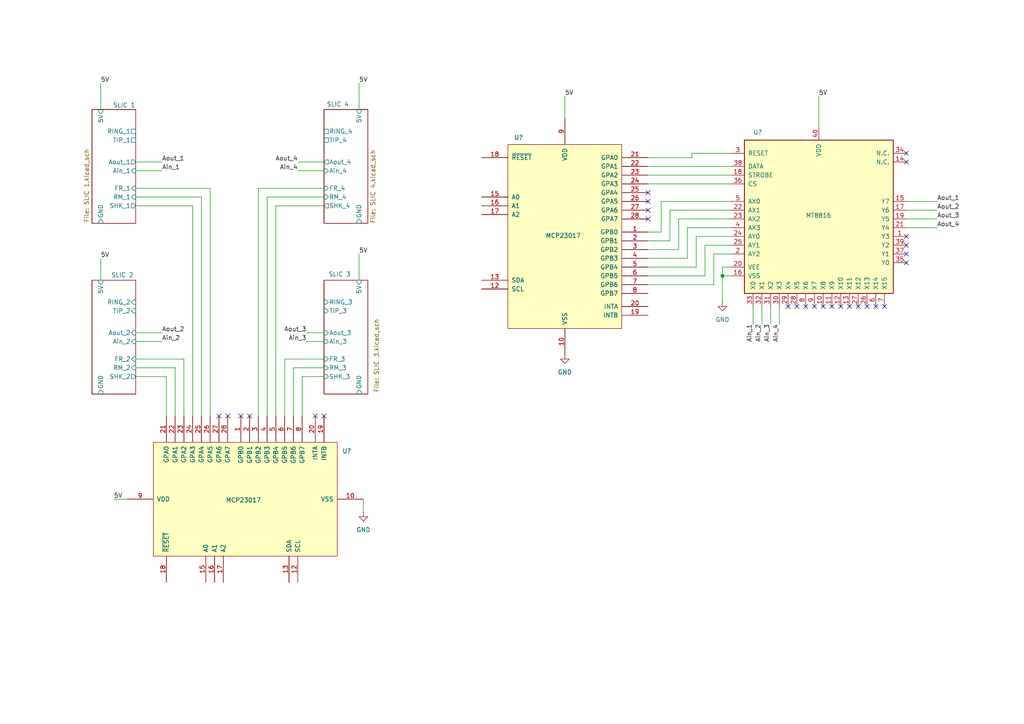
<source format=kicad_sch>
(kicad_sch (version 20231120) (generator "eeschema") (generator_version "8.0")
  (paper "A4")
  (lib_symbols
    (symbol "JW_library_sym:MCP23017" (pin_names (offset 1.016))
      (property "Reference" "U" (at -13.97 27.94 0))
      (property "Value" "MCP23017" (at 11.43 -27.94 0))
      (symbol "MCP23017_1_0"
        (rectangle (start -16.51 26.67) (end 16.51 -26.67) (fill (type background)))
      )
      (symbol "MCP23017_1_1"
        (pin tri_state line (at 24.13 1.27 180) (length 7.62) (name "GPB0") (number "1"))
        (pin power_in line (at 0 -34.29 90) (length 7.62) (name "VSS") (number "10"))
        (pin input line (at -24.13 -15.24 0) (length 7.62) (name "SCL") (number "12"))
        (pin tri_state line (at -24.13 -12.7 0) (length 7.62) (name "SDA") (number "13"))
        (pin input line (at -24.13 11.43 0) (length 7.62) (name "A0") (number "15"))
        (pin input line (at -24.13 8.89 0) (length 7.62) (name "A1") (number "16"))
        (pin input line (at -24.13 6.35 0) (length 7.62) (name "A2") (number "17"))
        (pin input line (at -24.13 22.86 0) (length 7.62) (name "~{RESET}") (number "18"))
        (pin output line (at 24.13 -22.86 180) (length 7.62) (name "INTB") (number "19"))
        (pin tri_state line (at 24.13 -1.27 180) (length 7.62) (name "GPB1") (number "2"))
        (pin output line (at 24.13 -20.32 180) (length 7.62) (name "INTA") (number "20"))
        (pin tri_state line (at 24.13 22.86 180) (length 7.62) (name "GPA0") (number "21"))
        (pin tri_state line (at 24.13 20.32 180) (length 7.62) (name "GPA1") (number "22"))
        (pin tri_state line (at 24.13 17.78 180) (length 7.62) (name "GPA2") (number "23"))
        (pin tri_state line (at 24.13 15.24 180) (length 7.62) (name "GPA3") (number "24"))
        (pin tri_state line (at 24.13 12.7 180) (length 7.62) (name "GPA4") (number "25"))
        (pin tri_state line (at 24.13 10.16 180) (length 7.62) (name "GPA5") (number "26"))
        (pin tri_state line (at 24.13 7.62 180) (length 7.62) (name "GPA6") (number "27"))
        (pin tri_state line (at 24.13 5.08 180) (length 7.62) (name "GPA7") (number "28"))
        (pin tri_state line (at 24.13 -3.81 180) (length 7.62) (name "GPB2") (number "3"))
        (pin tri_state line (at 24.13 -6.35 180) (length 7.62) (name "GPB3") (number "4"))
        (pin tri_state line (at 24.13 -8.89 180) (length 7.62) (name "GPB4") (number "5"))
        (pin tri_state line (at 24.13 -11.43 180) (length 7.62) (name "GPB5") (number "6"))
        (pin tri_state line (at 24.13 -13.97 180) (length 7.62) (name "GPB6") (number "7"))
        (pin tri_state line (at 24.13 -16.51 180) (length 7.62) (name "GPB7") (number "8"))
        (pin power_in line (at 0 34.29 270) (length 7.62) (name "VDD") (number "9"))
      )
    )
    (symbol "JW_library_sym:MT8816" (pin_names (offset 1.016))
      (property "Reference" "U" (at 6.35 35.56 0))
      (property "Value" "MT8816" (at -1.524 9.398 0))
      (symbol "MT8816_1_1"
        (rectangle (start -19.05 31.75) (end 24.13 -12.7) (stroke (width 0.254)) (fill (type background)))
        (pin passive line (at 27.94 3.81 180) (length 3.81) (name "Y3") (number "1"))
        (pin passive line (at 3.81 -16.51 90) (length 3.81) (name "X8") (number "10"))
        (pin passive line (at 6.35 -16.51 90) (length 3.81) (name "X9") (number "11"))
        (pin passive line (at 8.89 -16.51 90) (length 3.81) (name "X10") (number "12"))
        (pin passive line (at 11.43 -16.51 90) (length 3.81) (name "X11") (number "13"))
        (pin passive line (at 27.94 25.4 180) (length 3.81) (name "N.C.") (number "14"))
        (pin passive line (at 27.94 13.97 180) (length 3.81) (name "Y7") (number "15"))
        (pin power_in line (at -22.86 -7.62 0) (length 3.81) (name "VSS") (number "16"))
        (pin passive line (at 27.94 11.43 180) (length 3.81) (name "Y6") (number "17"))
        (pin input line (at -22.86 21.59 0) (length 3.81) (name "STROBE") (number "18"))
        (pin passive line (at 27.94 8.89 180) (length 3.81) (name "Y5") (number "19"))
        (pin input line (at -22.86 -1.27 0) (length 3.81) (name "AY2") (number "2"))
        (pin power_in line (at -22.86 -5.08 0) (length 3.81) (name "VEE") (number "20"))
        (pin passive line (at 27.94 6.35 180) (length 3.81) (name "Y4") (number "21"))
        (pin input line (at -22.86 11.43 0) (length 3.81) (name "AX1") (number "22"))
        (pin input line (at -22.86 8.89 0) (length 3.81) (name "AX2") (number "23"))
        (pin input line (at -22.86 3.81 0) (length 3.81) (name "AY0") (number "24"))
        (pin input line (at -22.86 1.27 0) (length 3.81) (name "AY1") (number "25"))
        (pin passive line (at 16.51 -16.51 90) (length 3.81) (name "X13") (number "26"))
        (pin passive line (at 13.97 -16.51 90) (length 3.81) (name "X12") (number "27"))
        (pin passive line (at -3.81 -16.51 90) (length 3.81) (name "X5") (number "28"))
        (pin passive line (at -6.35 -16.51 90) (length 3.81) (name "X4") (number "29"))
        (pin input line (at -22.86 27.94 0) (length 3.81) (name "RESET") (number "3"))
        (pin passive line (at -8.89 -16.51 90) (length 3.81) (name "X3") (number "30"))
        (pin passive line (at -11.43 -16.51 90) (length 3.81) (name "X2") (number "31"))
        (pin passive line (at -13.97 -16.51 90) (length 3.81) (name "X1") (number "32"))
        (pin passive line (at -16.51 -16.51 90) (length 3.81) (name "X0") (number "33"))
        (pin passive line (at 27.94 27.94 180) (length 3.81) (name "N.C.") (number "34"))
        (pin passive line (at 27.94 -3.81 180) (length 3.81) (name "Y0") (number "35"))
        (pin input line (at -22.86 19.05 0) (length 3.81) (name "CS") (number "36"))
        (pin passive line (at 27.94 -1.27 180) (length 3.81) (name "Y1") (number "37"))
        (pin input line (at -22.86 24.13 0) (length 3.81) (name "DATA") (number "38"))
        (pin passive line (at 27.94 1.27 180) (length 3.81) (name "Y2") (number "39"))
        (pin input line (at -22.86 6.35 0) (length 3.81) (name "AX3") (number "4"))
        (pin power_in line (at 2.54 35.56 270) (length 3.81) (name "VDD") (number "40"))
        (pin input line (at -22.86 13.97 0) (length 3.81) (name "AX0") (number "5"))
        (pin passive line (at 19.05 -16.51 90) (length 3.81) (name "X14") (number "6"))
        (pin passive line (at 21.59 -16.51 90) (length 3.81) (name "X15") (number "7"))
        (pin passive line (at -1.27 -16.51 90) (length 3.81) (name "X6") (number "8"))
        (pin passive line (at 1.27 -16.51 90) (length 3.81) (name "X7") (number "9"))
      )
    )
    (symbol "power:GND" (power) (pin_numbers hide) (pin_names (offset 0) hide)
      (property "Value" "GND" (at 0 -3.81 0))
      (symbol "GND_0_1"
        (polyline (pts (xy 0 0) (xy 0 -1.27) (xy 1.27 -1.27) (xy 0 -2.54) (xy -1.27 -1.27) (xy 0 -1.27)))
      )
      (symbol "GND_1_1"
        (pin power_in line (at 0 0 270) (length 0) (name "~") (number "1"))
      )
    )
  )
  (junction (at 209.55 80.01))
  (no_connect (at 66.04 120.65))
  (no_connect (at 262.89 76.2))
  (no_connect (at 72.39 120.65))
  (no_connect (at 254 88.9))
  (no_connect (at 187.96 60.96))
  (no_connect (at 262.89 73.66))
  (no_connect (at 248.92 88.9))
  (no_connect (at 238.76 88.9))
  (no_connect (at 262.89 71.12))
  (no_connect (at 231.14 88.9))
  (no_connect (at 69.85 120.65))
  (no_connect (at 228.6 88.9))
  (no_connect (at 246.38 88.9))
  (no_connect (at 187.96 58.42))
  (no_connect (at 243.84 88.9))
  (no_connect (at 187.96 63.5))
  (no_connect (at 251.46 88.9))
  (no_connect (at 93.98 120.65))
  (no_connect (at 91.44 120.65))
  (no_connect (at 241.3 88.9))
  (no_connect (at 256.54 88.9))
  (no_connect (at 262.89 44.45))
  (no_connect (at 262.89 68.58))
  (no_connect (at 233.68 88.9))
  (no_connect (at 187.96 55.88))
  (no_connect (at 262.89 46.99))
  (no_connect (at 63.5 120.65))
  (no_connect (at 236.22 88.9))
  (wire (pts (xy 194.31 69.85) (xy 194.31 60.96)))
  (wire (pts (xy 55.88 59.69) (xy 55.88 120.65)))
  (wire (pts (xy 93.98 104.14) (xy 82.55 104.14)))
  (wire (pts (xy 93.98 99.06) (xy 88.9 99.06)))
  (wire (pts (xy 53.34 104.14) (xy 53.34 120.65)))
  (wire (pts (xy 187.96 48.26) (xy 212.09 48.26)))
  (wire (pts (xy 39.37 46.99) (xy 46.99 46.99)))
  (wire (pts (xy 207.01 82.55) (xy 207.01 73.66)))
  (wire (pts (xy 201.93 68.58) (xy 212.09 68.58)))
  (wire (pts (xy 262.89 58.42) (xy 271.78 58.42)))
  (wire (pts (xy 39.37 109.22) (xy 48.26 109.22)))
  (wire (pts (xy 187.96 45.72) (xy 200.66 45.72)))
  (wire (pts (xy 39.37 99.06) (xy 46.99 99.06)))
  (wire (pts (xy 93.98 59.69) (xy 80.01 59.69)))
  (wire (pts (xy 191.77 58.42) (xy 212.09 58.42)))
  (wire (pts (xy 187.96 72.39) (xy 196.85 72.39)))
  (wire (pts (xy 104.14 24.13) (xy 104.14 31.75)))
  (wire (pts (xy 199.39 66.04) (xy 212.09 66.04)))
  (wire (pts (xy 196.85 63.5) (xy 212.09 63.5)))
  (wire (pts (xy 262.89 66.04) (xy 271.78 66.04)))
  (wire (pts (xy 201.93 77.47) (xy 201.93 68.58)))
  (wire (pts (xy 93.98 106.68) (xy 85.09 106.68)))
  (wire (pts (xy 87.63 109.22) (xy 87.63 120.65)))
  (wire (pts (xy 226.06 88.9) (xy 226.06 93.98)))
  (wire (pts (xy 48.26 109.22) (xy 48.26 120.65)))
  (wire (pts (xy 204.47 71.12) (xy 212.09 71.12)))
  (wire (pts (xy 39.37 104.14) (xy 53.34 104.14)))
  (wire (pts (xy 39.37 106.68) (xy 50.8 106.68)))
  (wire (pts (xy 29.21 74.93) (xy 29.21 81.28)))
  (wire (pts (xy 187.96 80.01) (xy 204.47 80.01)))
  (wire (pts (xy 77.47 57.15) (xy 77.47 120.65)))
  (wire (pts (xy 196.85 72.39) (xy 196.85 63.5)))
  (wire (pts (xy 187.96 77.47) (xy 201.93 77.47)))
  (wire (pts (xy 105.41 148.59) (xy 105.41 144.78)))
  (wire (pts (xy 237.49 27.94) (xy 237.49 36.83)))
  (wire (pts (xy 187.96 50.8) (xy 212.09 50.8)))
  (wire (pts (xy 74.93 54.61) (xy 74.93 120.65)))
  (wire (pts (xy 194.31 60.96) (xy 212.09 60.96)))
  (wire (pts (xy 82.55 104.14) (xy 82.55 120.65)))
  (wire (pts (xy 39.37 54.61) (xy 60.96 54.61)))
  (wire (pts (xy 50.8 106.68) (xy 50.8 120.65)))
  (wire (pts (xy 39.37 96.52) (xy 46.99 96.52)))
  (wire (pts (xy 187.96 69.85) (xy 194.31 69.85)))
  (wire (pts (xy 200.66 45.72) (xy 200.66 44.45)))
  (wire (pts (xy 39.37 59.69) (xy 55.88 59.69)))
  (wire (pts (xy 33.02 144.78) (xy 36.83 144.78)))
  (wire (pts (xy 80.01 59.69) (xy 80.01 120.65)))
  (wire (pts (xy 187.96 67.31) (xy 191.77 67.31)))
  (wire (pts (xy 262.89 60.96) (xy 271.78 60.96)))
  (wire (pts (xy 212.09 77.47) (xy 209.55 77.47)))
  (wire (pts (xy 58.42 57.15) (xy 58.42 120.65)))
  (wire (pts (xy 86.36 46.99) (xy 93.98 46.99)))
  (wire (pts (xy 85.09 106.68) (xy 85.09 120.65)))
  (wire (pts (xy 93.98 54.61) (xy 74.93 54.61)))
  (wire (pts (xy 163.83 27.94) (xy 163.83 34.29)))
  (wire (pts (xy 191.77 67.31) (xy 191.77 58.42)))
  (wire (pts (xy 29.21 24.13) (xy 29.21 31.75)))
  (wire (pts (xy 39.37 57.15) (xy 58.42 57.15)))
  (wire (pts (xy 93.98 109.22) (xy 87.63 109.22)))
  (wire (pts (xy 209.55 77.47) (xy 209.55 80.01)))
  (wire (pts (xy 218.44 88.9) (xy 218.44 93.98)))
  (wire (pts (xy 93.98 57.15) (xy 77.47 57.15)))
  (wire (pts (xy 207.01 73.66) (xy 212.09 73.66)))
  (wire (pts (xy 39.37 49.53) (xy 46.99 49.53)))
  (wire (pts (xy 209.55 80.01) (xy 209.55 87.63)))
  (wire (pts (xy 209.55 80.01) (xy 212.09 80.01)))
  (wire (pts (xy 86.36 49.53) (xy 93.98 49.53)))
  (wire (pts (xy 187.96 82.55) (xy 207.01 82.55)))
  (wire (pts (xy 220.98 88.9) (xy 220.98 93.98)))
  (wire (pts (xy 60.96 54.61) (xy 60.96 120.65)))
  (wire (pts (xy 199.39 74.93) (xy 199.39 66.04)))
  (wire (pts (xy 200.66 44.45) (xy 212.09 44.45)))
  (wire (pts (xy 204.47 80.01) (xy 204.47 71.12)))
  (wire (pts (xy 187.96 53.34) (xy 212.09 53.34)))
  (wire (pts (xy 88.9 96.52) (xy 93.98 96.52)))
  (wire (pts (xy 104.14 73.66) (xy 104.14 81.28)))
  (wire (pts (xy 187.96 74.93) (xy 199.39 74.93)))
  (wire (pts (xy 262.89 63.5) (xy 271.78 63.5)))
  (wire (pts (xy 223.52 88.9) (xy 223.52 93.98)))
  (label "5V" (at 33.02 144.78 0))
  (label "5V" (at 104.14 24.13 0))
  (label "Aout_1" (at 46.99 46.99 0))
  (label "5V" (at 29.21 74.93 0))
  (label "Aout_3" (at 271.78 63.5 0))
  (label "Aout_1" (at 271.78 58.42 0))
  (label "Aout_4" (at 86.36 46.99 180))
  (label "Aout_4" (at 271.78 66.04 0))
  (label "Ain_2" (at 220.98 93.98 270))
  (label "Ain_3" (at 223.52 93.98 270))
  (label "5V" (at 163.83 27.94 0))
  (label "Aout_2" (at 271.78 60.96 0))
  (label "5V" (at 29.21 24.13 0))
  (label "5V" (at 104.14 73.66 0))
  (label "Aout_3" (at 88.9 96.52 180))
  (label "Ain_3" (at 88.9 99.06 180))
  (label "5V" (at 237.49 27.94 0))
  (label "Ain_4" (at 86.36 49.53 180))
  (label "Ain_4" (at 226.06 93.98 270))
  (label "Ain_2" (at 46.99 99.06 0))
  (label "Ain_1" (at 46.99 49.53 0))
  (label "Aout_2" (at 46.99 96.52 0))
  (label "Ain_1" (at 218.44 93.98 270))
  (symbol (lib_id "JW_library_sym:MT8816") (at 234.95 72.39 0) (unit 1)
    (property "Reference" "U?" (at 218.44 38.354 0) (effects (justify left)))
    (property "Value" "MT8816" (at 233.68 62.484 0) (effects (justify left)))
    (property "Footprint" "Package_DIP:DIP-40_W15.24mm_Socket_LongPads" (effects (hide yes)))
  )
  (symbol (lib_id "power:GND") (at 105.41 148.59 0) (unit 1)
    (property "Reference" "#PWR09" (effects (hide yes)))
    (property "Value" "GND" (at 105.41 153.67 0))
    (property "Description" "Power symbol creates a global label with name \"GND\" , ground" (effects (hide yes)))
  )
  (symbol (lib_id "JW_library_sym:MCP23017") (at 163.83 68.58 0) (unit 1)
    (property "Reference" "U?" (at 149.098 39.878 0) (effects (justify left)))
    (property "Value" "MCP23017" (at 158.242 68.326 0) (effects (justify left)))
    (property "Footprint" "MODULE" (effects (hide yes)))
    (property "Datasheet" "DOCUMENTATION" (effects (hide yes)))
  )
  (symbol (lib_id "power:GND") (at 209.55 87.63 0) (unit 1)
    (property "Reference" "#PWR06" (effects (hide yes)))
    (property "Value" "GND" (at 209.55 92.71 0))
    (property "Description" "Power symbol creates a global label with name \"GND\" , ground" (effects (hide yes)))
  )
  (symbol (lib_id "power:GND") (at 163.83 102.87 0) (unit 1)
    (property "Reference" "#PWR07" (effects (hide yes)))
    (property "Value" "GND" (at 163.83 107.95 0))
    (property "Description" "Power symbol creates a global label with name \"GND\" , ground" (effects (hide yes)))
  )
  (symbol (lib_id "JW_library_sym:MCP23017") (at 71.12 144.78 90) (unit 1)
    (property "Reference" "U?" (at 100.584 130.81 90))
    (property "Value" "MCP23017" (at 70.612 145.034 90))
    (property "Footprint" "MODULE" (effects (hide yes)))
    (property "Datasheet" "DOCUMENTATION" (effects (hide yes)))
  )
  (sheet (at 93.98 81.28) (size 12.7 33.02) (stroke (width 0.1524))
    (property "Sheetname" "SLIC 3" (at 95.25 80.264 0) (effects (justify left bottom)))
    (property "Sheetfile" "SLIC 3.kicad_sch" (at 108.458 113.792 90) (effects (justify left top)))
    (pin "RM_3" input (at 93.98 106.68 180))
    (pin "SHK_3" input (at 93.98 109.22 180))
    (pin "FR_3" input (at 93.98 104.14 180))
    (pin "Aout_3" input (at 93.98 96.52 180))
    (pin "Ain_3" input (at 93.98 99.06 180))
    (pin "TIP_3" input (at 93.98 90.17 180))
    (pin "RING_3" input (at 93.98 87.63 180))
    (pin "GND" input (at 104.14 114.3 270))
    (pin "5V" input (at 104.14 81.28 90))
  )
  (sheet (at 93.98 31.75) (size 12.7 33.02) (stroke (width 0.1524))
    (property "Sheetname" "SLIC 4" (at 94.742 30.988 0) (effects (justify left bottom)))
    (property "Sheetfile" "SLIC 4.kicad_sch" (at 107.442 64.77 90) (effects (justify left top)))
    (pin "SHK_4" output (at 93.98 59.69 180))
    (pin "FR_4" input (at 93.98 54.61 180))
    (pin "Aout_4" output (at 93.98 46.99 180))
    (pin "Ain_4" input (at 93.98 49.53 180))
    (pin "RM_4" input (at 93.98 57.15 180))
    (pin "GND" input (at 104.14 64.77 270))
    (pin "5V" input (at 104.14 31.75 90))
    (pin "RING_4" passive (at 93.98 38.1 180))
    (pin "TIP_4" passive (at 93.98 40.64 180))
  )
  (sheet (at 26.67 31.75) (size 12.7 33.02) (stroke (width 0.1524))
    (property "Sheetname" "SLIC 1" (at 32.766 31.242 0) (effects (justify left bottom)))
    (property "Sheetfile" "SLIC 1.kicad_sch" (at 24.384 64.516 90) (effects (justify left top)))
    (pin "FR_1" input (at 39.37 54.61 0))
    (pin "Aout_1" output (at 39.37 46.99 0))
    (pin "RM_1" input (at 39.37 57.15 0))
    (pin "Ain_1" input (at 39.37 49.53 0))
    (pin "SHK_1" output (at 39.37 59.69 0))
    (pin "GND" input (at 29.21 64.77 270))
    (pin "5V" input (at 29.21 31.75 90))
    (pin "RING_1" passive (at 39.37 38.1 0))
    (pin "TIP_1" passive (at 39.37 40.64 0))
  )
  (sheet (at 26.67 81.28) (size 12.7 33.02) (stroke (width 0.1524))
    (property "Sheetname" "SLIC 2" (at 32.258 80.518 0) (effects (justify left bottom)))
    (property "Sheetfile" "SLIC 1_sch.kicad_sch" (effects (hide yes)))
    (pin "RING_2" input (at 39.37 87.63 0))
    (pin "TIP_2" input (at 39.37 90.17 0))
    (pin "GND" input (at 29.21 114.3 270))
    (pin "5V" input (at 29.21 81.28 90))
    (pin "Aout_2" input (at 39.37 96.52 0))
    (pin "Ain_2" input (at 39.37 99.06 0))
    (pin "RM_2" input (at 39.37 106.68 0))
    (pin "FR_2" input (at 39.37 104.14 0))
    (pin "SHK_2" output (at 39.37 109.22 0))
  )
)
</source>
